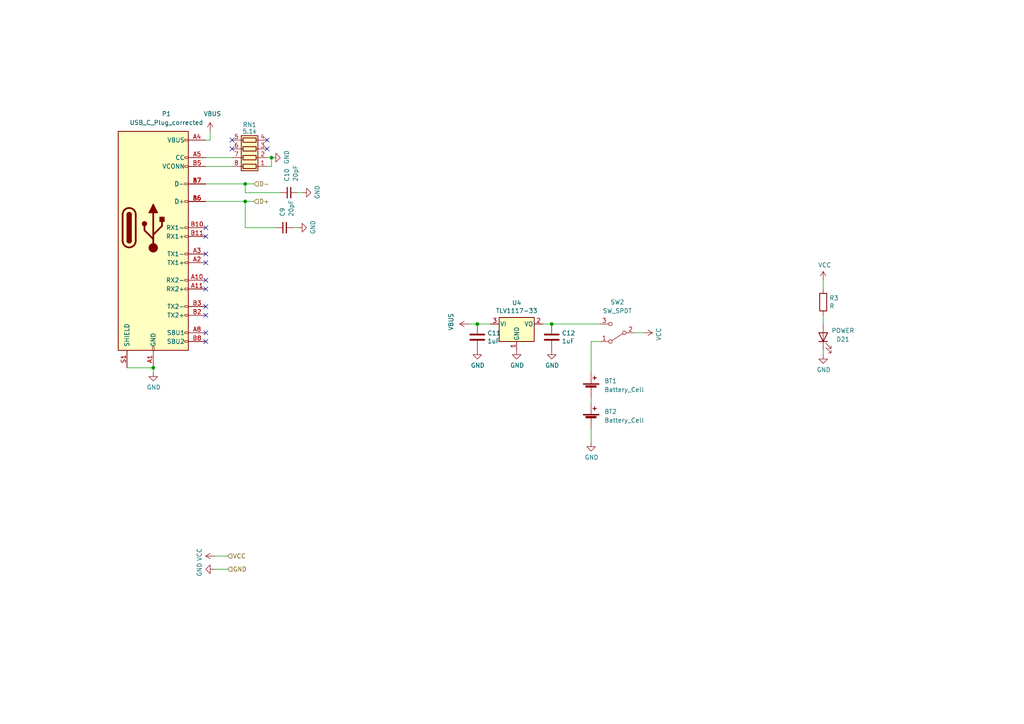
<source format=kicad_sch>
(kicad_sch (version 20210621) (generator eeschema)
  (paper "A4")
  (lib_symbols
    (symbol "BadgePirates:USB_C_Plug_corrected" (pin_names (offset 1.016))
      (property "Reference" "P" (at -10.16 29.21 0))
      (property "Value" "USB_C_Plug_corrected" (at 10.16 29.21 0))
      (symbol "USB_C_Plug_corrected_0_0"
        (rectangle (start -0.254 -35.56) (end 0.254 -34.544))
        (rectangle (start 10.16 -32.766) (end 9.144 -33.274))
        (rectangle (start 10.16 -30.226) (end 9.144 -30.734))
        (rectangle (start 10.16 -25.146) (end 9.144 -25.654))
        (rectangle (start 10.16 -22.606) (end 9.144 -23.114))
        (rectangle (start 10.16 -17.526) (end 9.144 -18.034))
        (rectangle (start 10.16 -14.986) (end 9.144 -15.494))
        (rectangle (start 10.16 -9.906) (end 9.144 -10.414))
        (rectangle (start 10.16 -7.366) (end 9.144 -7.874))
        (rectangle (start 10.16 -2.286) (end 9.144 -2.794))
        (rectangle (start 10.16 0.254) (end 9.144 -0.254))
        (rectangle (start 10.16 7.874) (end 9.144 7.366))
        (rectangle (start 10.16 12.954) (end 9.144 12.446))
        (rectangle (start 10.16 18.034) (end 9.144 17.526))
        (rectangle (start 10.16 20.574) (end 9.144 20.066))
        (rectangle (start 10.16 25.654) (end 9.144 25.146))
      )
      (symbol "USB_C_Plug_corrected_0_1"
        (arc (start -8.89 -3.81) (end -5.08 -3.81) (radius (at -6.985 -3.81) (length 1.905) (angles -179.9 -0.1)) (stroke (width 0.508)))
        (arc (start -7.62 -3.81) (end -6.35 -3.81) (radius (at -6.985 -3.81) (length 0.635) (angles -179.9 -0.1)) (stroke (width 0.254)))
        (arc (start -5.08 3.81) (end -8.89 3.81) (radius (at -6.985 3.81) (length 1.905) (angles 0.1 179.9)) (stroke (width 0.508)))
        (arc (start -6.35 3.81) (end -7.62 3.81) (radius (at -6.985 3.81) (length 0.635) (angles 0.1 179.9)) (stroke (width 0.254)))
        (arc (start -7.62 -3.81) (end -6.35 -3.81) (radius (at -6.985 -3.81) (length 0.635) (angles -179.9 -0.1)) (stroke (width 0.254)) (fill (type outline)))
        (arc (start -6.35 3.81) (end -7.62 3.81) (radius (at -6.985 3.81) (length 0.635) (angles 0.1 179.9)) (stroke (width 0.254)) (fill (type outline)))
        (rectangle (start -7.62 -3.81) (end -6.35 3.81) (stroke (width 0.254)) (fill (type outline)))
        (rectangle (start -10.16 27.94) (end 10.16 -35.56) (stroke (width 0.254)) (fill (type background)))
        (polyline (pts (xy -8.89 -3.81) (xy -8.89 3.81)) (stroke (width 0.508)))
        (polyline (pts (xy -5.08 3.81) (xy -5.08 -3.81)) (stroke (width 0.508)))
      )
      (symbol "USB_C_Plug_corrected_1_1"
        (circle (center -2.54 1.143) (radius 0.635) (stroke (width 0.254)) (fill (type outline)))
        (circle (center 0 -5.842) (radius 1.27) (fill (type outline)))
        (rectangle (start 1.905 1.778) (end 3.175 3.048) (stroke (width 0.254)) (fill (type outline)))
        (polyline (pts (xy 0 -5.842) (xy 0 4.318)) (stroke (width 0.508)))
        (polyline (pts (xy 0 -3.302) (xy -2.54 -0.762) (xy -2.54 0.508)) (stroke (width 0.508)))
        (polyline (pts (xy 0 -2.032) (xy 2.54 0.508) (xy 2.54 1.778)) (stroke (width 0.508)))
        (polyline (pts (xy -1.27 4.318) (xy 0 6.858) (xy 1.27 4.318) (xy -1.27 4.318)) (stroke (width 0.254)) (fill (type outline)))
        (pin passive line (at 0 -40.64 90) (length 5.08) (name "GND") (number "A1"))
        (pin bidirectional line (at 15.24 -15.24 180) (length 5.08) (name "RX2-") (number "A10"))
        (pin bidirectional line (at 15.24 -17.78 180) (length 5.08) (name "RX2+") (number "A11"))
        (pin passive line (at 0 -40.64 90) (length 5.08) hide (name "GND") (number "A12"))
        (pin bidirectional line (at 15.24 -10.16 180) (length 5.08) (name "TX1+") (number "A2"))
        (pin bidirectional line (at 15.24 -7.62 180) (length 5.08) (name "TX1-") (number "A3"))
        (pin passive line (at 15.24 25.4 180) (length 5.08) (name "VBUS") (number "A4"))
        (pin bidirectional line (at 15.24 20.32 180) (length 5.08) (name "CC") (number "A5"))
        (pin bidirectional line (at 15.24 7.62 180) (length 5.08) (name "D+") (number "A6"))
        (pin bidirectional line (at 15.24 12.7 180) (length 5.08) (name "D-") (number "A7"))
        (pin bidirectional line (at 15.24 -30.48 180) (length 5.08) (name "SBU1") (number "A8"))
        (pin passive line (at 15.24 25.4 180) (length 5.08) hide (name "VBUS") (number "A9"))
        (pin passive line (at 0 -40.64 90) (length 5.08) hide (name "GND") (number "B1"))
        (pin bidirectional line (at 15.24 0 180) (length 5.08) (name "RX1-") (number "B10"))
        (pin bidirectional line (at 15.24 -2.54 180) (length 5.08) (name "RX1+") (number "B11"))
        (pin passive line (at 0 -40.64 90) (length 5.08) hide (name "GND") (number "B12"))
        (pin bidirectional line (at 15.24 -25.4 180) (length 5.08) (name "TX2+") (number "B2"))
        (pin bidirectional line (at 15.24 -22.86 180) (length 5.08) (name "TX2-") (number "B3"))
        (pin passive line (at 15.24 25.4 180) (length 5.08) hide (name "VBUS") (number "B4"))
        (pin bidirectional line (at 15.24 17.78 180) (length 5.08) (name "VCONN") (number "B5"))
        (pin bidirectional line (at 15.24 7.62 180) (length 5.08) (name "D+") (number "B6"))
        (pin bidirectional line (at 15.24 12.7 180) (length 5.08) (name "D-") (number "B7"))
        (pin bidirectional line (at 15.24 -33.02 180) (length 5.08) (name "SBU2") (number "B8"))
        (pin passive line (at 15.24 25.4 180) (length 5.08) hide (name "VBUS") (number "B9"))
        (pin passive line (at -7.62 -40.64 90) (length 5.08) (name "SHIELD") (number "S1"))
      )
    )
    (symbol "Device:Battery_Cell" (pin_numbers hide) (pin_names (offset 0) hide)
      (property "Reference" "BT" (at 2.54 2.54 0))
      (property "Value" "Battery_Cell" (at 2.54 0 0))
      (symbol "Battery_Cell_0_1"
        (rectangle (start -2.286 1.778) (end 2.286 1.524) (fill (type outline)))
        (rectangle (start -1.5748 1.1938) (end 1.4732 0.6858) (fill (type outline)))
        (polyline (pts (xy 0 0.762) (xy 0 0)))
        (polyline (pts (xy 0 1.778) (xy 0 2.54)))
        (polyline (pts (xy 0.508 3.429) (xy 1.524 3.429)) (stroke (width 0.254)))
        (polyline (pts (xy 1.016 3.937) (xy 1.016 2.921)) (stroke (width 0.254)))
      )
      (symbol "Battery_Cell_1_1"
        (pin passive line (at 0 5.08 270) (length 2.54) (name "+") (number "1"))
        (pin passive line (at 0 -2.54 90) (length 2.54) (name "-") (number "2"))
      )
    )
    (symbol "Device:C" (pin_numbers hide) (pin_names (offset 0.254))
      (property "Reference" "C" (at 0.635 2.54 0))
      (property "Value" "C" (at 0.635 -2.54 0))
      (symbol "C_0_1"
        (polyline (pts (xy -2.032 -0.762) (xy 2.032 -0.762)) (stroke (width 0.508)))
        (polyline (pts (xy -2.032 0.762) (xy 2.032 0.762)) (stroke (width 0.508)))
      )
      (symbol "C_1_1"
        (pin passive line (at 0 3.81 270) (length 2.794) (name "~") (number "1"))
        (pin passive line (at 0 -3.81 90) (length 2.794) (name "~") (number "2"))
      )
    )
    (symbol "Device:C_Small" (pin_numbers hide) (pin_names (offset 0.254) hide)
      (property "Reference" "C" (at 0.254 1.778 0))
      (property "Value" "C_Small" (at 0.254 -2.032 0))
      (symbol "C_Small_0_1"
        (polyline (pts (xy -1.524 -0.508) (xy 1.524 -0.508)) (stroke (width 0.3302)))
        (polyline (pts (xy -1.524 0.508) (xy 1.524 0.508)) (stroke (width 0.3048)))
      )
      (symbol "C_Small_1_1"
        (pin passive line (at 0 2.54 270) (length 2.032) (name "~") (number "1"))
        (pin passive line (at 0 -2.54 90) (length 2.032) (name "~") (number "2"))
      )
    )
    (symbol "Device:LED" (pin_numbers hide) (pin_names (offset 1.016) hide)
      (property "Reference" "D" (at 0 2.54 0))
      (property "Value" "LED" (at 0 -2.54 0))
      (symbol "LED_0_1"
        (polyline (pts (xy -1.27 -1.27) (xy -1.27 1.27)) (stroke (width 0.254)))
        (polyline (pts (xy -1.27 0) (xy 1.27 0)))
        (polyline (pts (xy 1.27 -1.27) (xy 1.27 1.27) (xy -1.27 0) (xy 1.27 -1.27)) (stroke (width 0.254)))
        (polyline (pts (xy -3.048 -0.762) (xy -4.572 -2.286) (xy -3.81 -2.286) (xy -4.572 -2.286) (xy -4.572 -1.524)))
        (polyline (pts (xy -1.778 -0.762) (xy -3.302 -2.286) (xy -2.54 -2.286) (xy -3.302 -2.286) (xy -3.302 -1.524)))
      )
      (symbol "LED_1_1"
        (pin passive line (at -3.81 0 0) (length 2.54) (name "K") (number "1"))
        (pin passive line (at 3.81 0 180) (length 2.54) (name "A") (number "2"))
      )
    )
    (symbol "Device:R" (pin_numbers hide) (pin_names (offset 0))
      (property "Reference" "R" (at 2.032 0 90))
      (property "Value" "R" (at 0 0 90))
      (symbol "R_0_1"
        (rectangle (start -1.016 -2.54) (end 1.016 2.54) (stroke (width 0.254)))
      )
      (symbol "R_1_1"
        (pin passive line (at 0 3.81 270) (length 1.27) (name "~") (number "1"))
        (pin passive line (at 0 -3.81 90) (length 1.27) (name "~") (number "2"))
      )
    )
    (symbol "Device:R_Pack04" (pin_names (offset 0) hide)
      (property "Reference" "RN" (at -7.62 0 90))
      (property "Value" "R_Pack04" (at 5.08 0 90))
      (symbol "R_Pack04_0_1"
        (rectangle (start -5.715 1.905) (end -4.445 -1.905) (stroke (width 0.254)))
        (rectangle (start -3.175 1.905) (end -1.905 -1.905) (stroke (width 0.254)))
        (rectangle (start -0.635 1.905) (end 0.635 -1.905) (stroke (width 0.254)))
        (rectangle (start 1.905 1.905) (end 3.175 -1.905) (stroke (width 0.254)))
        (rectangle (start -6.35 -2.413) (end 3.81 2.413) (stroke (width 0.254)) (fill (type background)))
        (polyline (pts (xy -5.08 -2.54) (xy -5.08 -1.905)))
        (polyline (pts (xy -5.08 1.905) (xy -5.08 2.54)))
        (polyline (pts (xy -2.54 -2.54) (xy -2.54 -1.905)))
        (polyline (pts (xy -2.54 1.905) (xy -2.54 2.54)))
        (polyline (pts (xy 0 -2.54) (xy 0 -1.905)))
        (polyline (pts (xy 0 1.905) (xy 0 2.54)))
        (polyline (pts (xy 2.54 -2.54) (xy 2.54 -1.905)))
        (polyline (pts (xy 2.54 1.905) (xy 2.54 2.54)))
      )
      (symbol "R_Pack04_1_1"
        (pin passive line (at -5.08 -5.08 90) (length 2.54) (name "R1.1") (number "1"))
        (pin passive line (at -2.54 -5.08 90) (length 2.54) (name "R2.1") (number "2"))
        (pin passive line (at 0 -5.08 90) (length 2.54) (name "R3.1") (number "3"))
        (pin passive line (at 2.54 -5.08 90) (length 2.54) (name "R4.1") (number "4"))
        (pin passive line (at 2.54 5.08 270) (length 2.54) (name "R4.2") (number "5"))
        (pin passive line (at 0 5.08 270) (length 2.54) (name "R3.2") (number "6"))
        (pin passive line (at -2.54 5.08 270) (length 2.54) (name "R2.2") (number "7"))
        (pin passive line (at -5.08 5.08 270) (length 2.54) (name "R1.2") (number "8"))
      )
    )
    (symbol "Regulator_Linear:TLV1117-33" (pin_names (offset 0.254))
      (property "Reference" "U" (at -3.81 3.175 0))
      (property "Value" "TLV1117-33" (at 0 3.175 0))
      (symbol "TLV1117-33_0_1"
        (rectangle (start -5.08 -5.08) (end 5.08 1.905) (stroke (width 0.254)) (fill (type background)))
      )
      (symbol "TLV1117-33_1_1"
        (pin power_in line (at 0 -7.62 90) (length 2.54) (name "GND") (number "1"))
        (pin power_out line (at 7.62 0 180) (length 2.54) (name "VO") (number "2"))
        (pin power_in line (at -7.62 0 0) (length 2.54) (name "VI") (number "3"))
      )
    )
    (symbol "Switch:SW_SPDT" (pin_names (offset 0) hide)
      (property "Reference" "SW" (at 0 4.318 0))
      (property "Value" "SW_SPDT" (at 0 -5.08 0))
      (symbol "SW_SPDT_0_0"
        (circle (center -2.032 0) (radius 0.508))
        (circle (center 2.032 -2.54) (radius 0.508))
      )
      (symbol "SW_SPDT_0_1"
        (circle (center 2.032 2.54) (radius 0.508))
        (polyline (pts (xy -1.524 0.254) (xy 1.651 2.286)))
      )
      (symbol "SW_SPDT_1_1"
        (pin passive line (at 5.08 2.54 180) (length 2.54) (name "A") (number "1"))
        (pin passive line (at -5.08 0 0) (length 2.54) (name "B") (number "2"))
        (pin passive line (at 5.08 -2.54 180) (length 2.54) (name "C") (number "3"))
      )
    )
    (symbol "power:GND" (power) (pin_names (offset 0))
      (property "Value" "GND" (at 0 -3.81 0))
      (symbol "GND_0_1"
        (polyline (pts (xy 0 0) (xy 0 -1.27) (xy 1.27 -1.27) (xy 0 -2.54) (xy -1.27 -1.27) (xy 0 -1.27)))
      )
      (symbol "GND_1_1"
        (pin power_in line (at 0 0 270) (length 0) hide (name "GND") (number "1"))
      )
    )
    (symbol "power:VBUS" (power) (pin_names (offset 0))
      (property "Value" "VBUS" (at 0 3.81 0))
      (symbol "VBUS_0_1"
        (polyline (pts (xy -0.762 1.27) (xy 0 2.54)))
        (polyline (pts (xy 0 0) (xy 0 2.54)))
        (polyline (pts (xy 0 2.54) (xy 0.762 1.27)))
      )
      (symbol "VBUS_1_1"
        (pin power_in line (at 0 0 90) (length 0) hide (name "VBUS") (number "1"))
      )
    )
    (symbol "power:VCC" (power) (pin_names (offset 0))
      (property "Value" "VCC" (at 0 3.81 0))
      (symbol "VCC_0_1"
        (polyline (pts (xy -0.762 1.27) (xy 0 2.54)))
        (polyline (pts (xy 0 0) (xy 0 2.54)))
        (polyline (pts (xy 0 2.54) (xy 0.762 1.27)))
      )
      (symbol "VCC_1_1"
        (pin power_in line (at 0 0 90) (length 0) hide (name "VCC") (number "1"))
      )
    )
  )
  (junction (at 44.45 106.68) (diameter 0.9144))
  (junction (at 71.12 53.34) (diameter 0.9144))
  (junction (at 71.12 58.42) (diameter 0.9144))
  (junction (at 78.74 45.72) (diameter 0.9144))
  (junction (at 138.43 93.98) (diameter 0.9144))
  (junction (at 160.02 93.98) (diameter 0.9144))
  (no_connect (at 59.69 66.04))
  (no_connect (at 59.69 68.58))
  (no_connect (at 59.69 73.66))
  (no_connect (at 59.69 76.2))
  (no_connect (at 59.69 81.28))
  (no_connect (at 59.69 83.82))
  (no_connect (at 59.69 88.9))
  (no_connect (at 59.69 91.44))
  (no_connect (at 59.69 96.52))
  (no_connect (at 59.69 99.06))
  (no_connect (at 67.31 40.64))
  (no_connect (at 67.31 43.18))
  (no_connect (at 77.47 40.64))
  (no_connect (at 77.47 43.18))
  (wire (pts (xy 36.83 106.68) (xy 44.45 106.68)))
  (wire (pts (xy 44.45 106.68) (xy 44.45 107.95)))
  (wire (pts (xy 59.69 45.72) (xy 67.31 45.72)))
  (wire (pts (xy 59.69 48.26) (xy 67.31 48.26)))
  (wire (pts (xy 59.69 53.34) (xy 71.12 53.34)))
  (wire (pts (xy 59.69 58.42) (xy 71.12 58.42)))
  (wire (pts (xy 60.96 38.1) (xy 60.96 40.64)))
  (wire (pts (xy 60.96 40.64) (xy 59.69 40.64)))
  (wire (pts (xy 62.23 161.29) (xy 66.04 161.29)))
  (wire (pts (xy 62.23 165.1) (xy 66.04 165.1)))
  (wire (pts (xy 71.12 53.34) (xy 73.66 53.34)))
  (wire (pts (xy 71.12 55.88) (xy 71.12 53.34)))
  (wire (pts (xy 71.12 58.42) (xy 73.66 58.42)))
  (wire (pts (xy 71.12 66.04) (xy 71.12 58.42)))
  (wire (pts (xy 77.47 45.72) (xy 78.74 45.72)))
  (wire (pts (xy 77.47 48.26) (xy 78.74 48.26)))
  (wire (pts (xy 78.74 45.72) (xy 78.74 48.26)))
  (wire (pts (xy 80.01 66.04) (xy 71.12 66.04)))
  (wire (pts (xy 81.28 55.88) (xy 71.12 55.88)))
  (wire (pts (xy 85.09 66.04) (xy 86.36 66.04)))
  (wire (pts (xy 86.36 55.88) (xy 87.63 55.88)))
  (wire (pts (xy 135.89 93.98) (xy 138.43 93.98)))
  (wire (pts (xy 142.24 93.98) (xy 138.43 93.98)))
  (wire (pts (xy 157.48 93.98) (xy 160.02 93.98)))
  (wire (pts (xy 160.02 93.98) (xy 173.99 93.98)))
  (wire (pts (xy 171.45 99.06) (xy 171.45 107.95)))
  (wire (pts (xy 171.45 99.06) (xy 173.99 99.06)))
  (wire (pts (xy 171.45 115.57) (xy 171.45 116.84)))
  (wire (pts (xy 171.45 124.46) (xy 171.45 128.27)))
  (wire (pts (xy 184.15 96.52) (xy 186.69 96.52)))
  (wire (pts (xy 238.76 81.28) (xy 238.76 83.82)))
  (wire (pts (xy 238.76 91.44) (xy 238.76 93.98)))
  (wire (pts (xy 238.76 101.6) (xy 238.76 102.87)))
  (hierarchical_label "VCC" (shape input) (at 66.04 161.29 0))
  (hierarchical_label "GND" (shape input) (at 66.04 165.1 0))
  (hierarchical_label "D-" (shape input) (at 73.66 53.34 0))
  (hierarchical_label "D+" (shape input) (at 73.66 58.42 0))
  (symbol (lib_id "power:VBUS") (at 60.96 38.1 0) (unit 1)
    (property "Reference" "#PWR022" (effects hide))
    (property "Value" "VBUS" (at 61.595 33.02 0))
  )
  (symbol (lib_id "power:VCC") (at 62.23 161.29 90) (unit 1)
    (property "Reference" "#PWR024" (effects hide))
    (property "Value" "VCC" (at 57.8358 160.8582 0))
  )
  (symbol (lib_id "power:VBUS") (at 135.89 93.98 90) (unit 1)
    (property "Reference" "#PWR028" (effects hide))
    (property "Value" "VBUS" (at 130.81 93.345 0))
  )
  (symbol (lib_id "power:VCC") (at 186.69 96.52 270) (unit 1)
    (property "Reference" "#PWR033" (effects hide))
    (property "Value" "VCC" (at 191.0842 96.9518 0))
  )
  (symbol (lib_id "power:VCC") (at 238.76 81.28 0) (unit 1)
    (property "Reference" "#PWR034" (effects hide))
    (property "Value" "VCC" (at 239.1918 76.8858 0))
  )
  (symbol (lib_id "power:GND") (at 44.45 107.95 0) (unit 1)
    (property "Reference" "#PWR021" (effects hide))
    (property "Value" "GND" (at 44.577 112.3442 0))
  )
  (symbol (lib_id "power:GND") (at 62.23 165.1 270) (unit 1)
    (property "Reference" "#PWR025" (effects hide))
    (property "Value" "GND" (at 57.8358 165.227 0))
  )
  (symbol (lib_id "power:GND") (at 78.74 45.72 90) (unit 1)
    (property "Reference" "#PWR027" (effects hide))
    (property "Value" "GND" (at 83.1342 45.593 0))
  )
  (symbol (lib_id "power:GND") (at 86.36 66.04 90) (unit 1)
    (property "Reference" "#PWR023" (effects hide))
    (property "Value" "GND" (at 90.7542 65.913 0))
  )
  (symbol (lib_id "power:GND") (at 87.63 55.88 90) (unit 1)
    (property "Reference" "#PWR026" (effects hide))
    (property "Value" "GND" (at 92.0242 55.753 0))
  )
  (symbol (lib_id "power:GND") (at 138.43 101.6 0) (unit 1)
    (property "Reference" "#PWR029" (effects hide))
    (property "Value" "GND" (at 138.557 105.9942 0))
  )
  (symbol (lib_id "power:GND") (at 149.86 101.6 0) (unit 1)
    (property "Reference" "#PWR030" (effects hide))
    (property "Value" "GND" (at 149.987 105.9942 0))
  )
  (symbol (lib_id "power:GND") (at 160.02 101.6 0) (unit 1)
    (property "Reference" "#PWR031" (effects hide))
    (property "Value" "GND" (at 160.147 105.9942 0))
  )
  (symbol (lib_id "power:GND") (at 171.45 128.27 0) (unit 1)
    (property "Reference" "#PWR032" (effects hide))
    (property "Value" "GND" (at 171.577 132.6642 0))
  )
  (symbol (lib_id "power:GND") (at 238.76 102.87 0) (unit 1)
    (property "Reference" "#PWR035" (effects hide))
    (property "Value" "GND" (at 238.887 107.2642 0))
  )
  (symbol (lib_id "Device:R") (at 238.76 87.63 0) (unit 1)
    (property "Reference" "R3" (at 240.538 86.4616 0) (effects (justify left)))
    (property "Value" "R" (at 240.538 88.773 0) (effects (justify left)))
    (property "Footprint" "Resistor_SMD:R_0805_2012Metric" (effects hide))
  )
  (symbol (lib_id "Device:C_Small") (at 82.55 66.04 90) (unit 1)
    (property "Reference" "C9" (at 81.915 62.865 0) (effects (justify left)))
    (property "Value" "20pF" (at 84.455 62.865 0) (effects (justify left)))
    (property "Footprint" "Capacitor_SMD:C_0805_2012Metric" (effects hide))
  )
  (symbol (lib_id "Device:C_Small") (at 83.82 55.88 90) (unit 1)
    (property "Reference" "C10" (at 83.185 52.705 0) (effects (justify left)))
    (property "Value" "20pF" (at 85.725 52.705 0) (effects (justify left)))
    (property "Footprint" "Capacitor_SMD:C_0805_2012Metric" (effects hide))
  )
  (symbol (lib_id "Device:LED") (at 238.76 97.79 90) (unit 1)
    (property "Reference" "D21" (at 244.475 98.425 90))
    (property "Value" "POWER" (at 244.475 95.885 90))
    (property "Footprint" "LED_SMD:LED_1206_3216Metric_Pad1.42x1.75mm_HandSolder" (effects hide))
  )
  (symbol (lib_id "Device:C") (at 138.43 97.79 0) (unit 1)
    (property "Reference" "C11" (at 141.351 96.6216 0) (effects (justify left)))
    (property "Value" "1uF" (at 141.351 98.933 0) (effects (justify left)))
    (property "Footprint" "Capacitor_SMD:C_0805_2012Metric" (effects hide))
  )
  (symbol (lib_id "Device:C") (at 160.02 97.79 0) (unit 1)
    (property "Reference" "C12" (at 162.941 96.6216 0) (effects (justify left)))
    (property "Value" "1uF" (at 162.941 98.933 0) (effects (justify left)))
    (property "Footprint" "Capacitor_SMD:C_0805_2012Metric" (effects hide))
  )
  (symbol (lib_id "Device:Battery_Cell") (at 171.45 113.03 0) (unit 1)
    (property "Reference" "BT1" (at 175.26 110.49 0) (effects (justify left)))
    (property "Value" "Battery_Cell" (at 175.26 113.03 0) (effects (justify left)))
    (property "Footprint" "BadgePirates:AA Single" (effects hide))
  )
  (symbol (lib_id "Device:Battery_Cell") (at 171.45 121.92 0) (unit 1)
    (property "Reference" "BT2" (at 175.26 119.38 0) (effects (justify left)))
    (property "Value" "Battery_Cell" (at 175.26 121.92 0) (effects (justify left)))
    (property "Footprint" "BadgePirates:AA Single" (effects hide))
  )
  (symbol (lib_id "Switch:SW_SPDT") (at 179.07 96.52 180) (unit 1)
    (property "Reference" "SW2" (at 179.07 87.63 0))
    (property "Value" "SW_SPDT" (at 179.07 90.17 0))
    (property "Footprint" "BadgePirates:SW_SPDT_PCM12" (effects hide))
  )
  (symbol (lib_id "Device:R_Pack04") (at 72.39 43.18 90) (unit 1)
    (property "Reference" "RN1" (at 72.39 36.195 90))
    (property "Value" "5.1k" (at 72.39 38.1 90))
    (property "Footprint" "Resistor_SMD:R_Array_Convex_4x0603" (effects hide))
  )
  (symbol (lib_id "Regulator_Linear:TLV1117-33") (at 149.86 93.98 0) (unit 1)
    (property "Reference" "U4" (at 149.86 87.8332 0))
    (property "Value" "TLV1117-33" (at 149.86 90.1446 0))
    (property "Footprint" "Package_TO_SOT_SMD:SOT-223-3_TabPin2" (effects hide))
    (property "Datasheet" "http://www.ti.com/lit/ds/symlink/tlv1117.pdf" (effects hide))
  )
  (symbol (lib_id "BadgePirates:USB_C_Plug_corrected") (at 44.45 66.04 0) (unit 1)
    (property "Reference" "P1" (at 48.26 33.02 0))
    (property "Value" "USB_C_Plug_corrected" (at 48.26 35.56 0))
    (property "Footprint" "BadgePirates:USB_C_Receptical-Jing" (effects hide))
    (property "Datasheet" "https://www.usb.org/sites/default/files/documents/usb_type-c.zip" (effects hide))
  )
)
</source>
